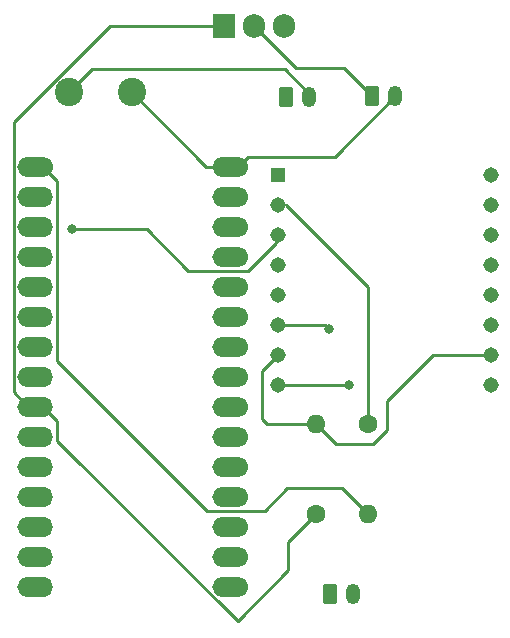
<source format=gbr>
%TF.GenerationSoftware,KiCad,Pcbnew,(6.0.6)*%
%TF.CreationDate,2023-03-26T16:02:16-07:00*%
%TF.ProjectId,SimplePCB-JST,53696d70-6c65-4504-9342-2d4a53542e6b,rev?*%
%TF.SameCoordinates,Original*%
%TF.FileFunction,Copper,L1,Top*%
%TF.FilePolarity,Positive*%
%FSLAX46Y46*%
G04 Gerber Fmt 4.6, Leading zero omitted, Abs format (unit mm)*
G04 Created by KiCad (PCBNEW (6.0.6)) date 2023-03-26 16:02:16*
%MOMM*%
%LPD*%
G01*
G04 APERTURE LIST*
G04 Aperture macros list*
%AMRoundRect*
0 Rectangle with rounded corners*
0 $1 Rounding radius*
0 $2 $3 $4 $5 $6 $7 $8 $9 X,Y pos of 4 corners*
0 Add a 4 corners polygon primitive as box body*
4,1,4,$2,$3,$4,$5,$6,$7,$8,$9,$2,$3,0*
0 Add four circle primitives for the rounded corners*
1,1,$1+$1,$2,$3*
1,1,$1+$1,$4,$5*
1,1,$1+$1,$6,$7*
1,1,$1+$1,$8,$9*
0 Add four rect primitives between the rounded corners*
20,1,$1+$1,$2,$3,$4,$5,0*
20,1,$1+$1,$4,$5,$6,$7,0*
20,1,$1+$1,$6,$7,$8,$9,0*
20,1,$1+$1,$8,$9,$2,$3,0*%
G04 Aperture macros list end*
%TA.AperFunction,ComponentPad*%
%ADD10RoundRect,0.250000X-0.350000X-0.625000X0.350000X-0.625000X0.350000X0.625000X-0.350000X0.625000X0*%
%TD*%
%TA.AperFunction,ComponentPad*%
%ADD11O,1.200000X1.750000*%
%TD*%
%TA.AperFunction,ComponentPad*%
%ADD12C,1.600000*%
%TD*%
%TA.AperFunction,ComponentPad*%
%ADD13O,1.600000X1.600000*%
%TD*%
%TA.AperFunction,ComponentPad*%
%ADD14C,1.308000*%
%TD*%
%TA.AperFunction,ComponentPad*%
%ADD15R,1.308000X1.308000*%
%TD*%
%TA.AperFunction,ComponentPad*%
%ADD16R,1.905000X2.000000*%
%TD*%
%TA.AperFunction,ComponentPad*%
%ADD17O,1.905000X2.000000*%
%TD*%
%TA.AperFunction,ComponentPad*%
%ADD18C,2.400000*%
%TD*%
%TA.AperFunction,SMDPad,CuDef*%
%ADD19O,3.000000X1.700000*%
%TD*%
%TA.AperFunction,ComponentPad*%
%ADD20C,1.700000*%
%TD*%
%TA.AperFunction,ComponentPad*%
%ADD21O,1.700000X1.700000*%
%TD*%
%TA.AperFunction,ViaPad*%
%ADD22C,0.800000*%
%TD*%
%TA.AperFunction,Conductor*%
%ADD23C,0.250000*%
%TD*%
G04 APERTURE END LIST*
D10*
%TO.P,J0+12v1,1,Pin_1*%
%TO.N,GND*%
X80350000Y-35750000D03*
D11*
%TO.P,J0+12v1,2,Pin_2*%
%TO.N,+12V*%
X82350000Y-35750000D03*
%TD*%
D12*
%TO.P,R10,1*%
%TO.N,Net-(R10-Pad1)*%
X87325000Y-63465000D03*
D13*
%TO.P,R10,2*%
%TO.N,Net-(A1-Pad16)*%
X87325000Y-71085000D03*
%TD*%
D14*
%TO.P,U1,4,DAC_R*%
%TO.N,unconnected-(U1-Pad4)*%
X79665500Y-49980000D03*
%TO.P,U1,5,DAC_L*%
%TO.N,unconnected-(U1-Pad5)*%
X79665500Y-52520000D03*
%TO.P,U1,13,ADKEY2*%
%TO.N,unconnected-(U1-Pad13)*%
X97699500Y-49980000D03*
%TO.P,U1,12,ADKEY1*%
%TO.N,unconnected-(U1-Pad12)*%
X97699500Y-52520000D03*
%TO.P,U1,6,SPK1*%
%TO.N,Net-(J6-Pad1)*%
X79665500Y-55060000D03*
%TO.P,U1,3,TX*%
%TO.N,Net-(A1-Pad17)*%
X79665500Y-47440000D03*
%TO.P,U1,14,USB+*%
%TO.N,unconnected-(U1-Pad14)*%
X97699500Y-47440000D03*
%TO.P,U1,11,IO2*%
%TO.N,unconnected-(U1-Pad11)*%
X97699500Y-55060000D03*
%TO.P,U1,2,RX*%
%TO.N,Net-(R10-Pad1)*%
X79665500Y-44900000D03*
%TO.P,U1,15,USB-*%
%TO.N,unconnected-(U1-Pad15)*%
X97699500Y-44900000D03*
%TO.P,U1,7,GND*%
%TO.N,GND*%
X79665500Y-57600000D03*
%TO.P,U1,10,GND*%
X97699500Y-57600000D03*
D15*
%TO.P,U1,1,VCC*%
%TO.N,Net-(A1-Pad2)*%
X79665500Y-42360000D03*
D14*
%TO.P,U1,16,BUSY*%
%TO.N,unconnected-(U1-Pad16)*%
X97699500Y-42360000D03*
%TO.P,U1,8,SPK2*%
%TO.N,Net-(J6-Pad2)*%
X79665500Y-60140000D03*
%TO.P,U1,9,IO1*%
%TO.N,unconnected-(U1-Pad9)*%
X97699500Y-60140000D03*
%TD*%
D16*
%TO.P,Q1,1,G*%
%TO.N,Net-(A1-Pad24)*%
X75120000Y-29765000D03*
D17*
%TO.P,Q1,2,D*%
%TO.N,Net-(J1-Pad1)*%
X77660000Y-29765000D03*
%TO.P,Q1,3,S*%
%TO.N,GND*%
X80200000Y-29765000D03*
%TD*%
D10*
%TO.P,J1,1,Pin_1*%
%TO.N,Net-(J1-Pad1)*%
X87650000Y-35650000D03*
D11*
%TO.P,J1,2,Pin_2*%
%TO.N,Net-(A1-Pad15)*%
X89650000Y-35650000D03*
%TD*%
D12*
%TO.P,R1,1*%
%TO.N,Net-(A1-Pad24)*%
X82960000Y-71085000D03*
D13*
%TO.P,R1,2*%
%TO.N,GND*%
X82960000Y-63465000D03*
%TD*%
D18*
%TO.P,SW1,1,A*%
%TO.N,+12V*%
X62020000Y-35350000D03*
%TO.P,SW1,2,B*%
%TO.N,Net-(A1-Pad15)*%
X67320000Y-35350000D03*
%TD*%
D19*
%TO.P,A1,11,A7*%
%TO.N,unconnected-(A1-Pad11)*%
X75655000Y-51805000D03*
D20*
%TO.P,A1,12,+5V*%
%TO.N,unconnected-(A1-Pad12)*%
X76290000Y-49265000D03*
D19*
%TO.P,A1,3,AREF*%
%TO.N,unconnected-(A1-Pad3)*%
X75655000Y-72125000D03*
%TO.P,A1,5,A1*%
%TO.N,unconnected-(A1-Pad5)*%
X75655000Y-67045000D03*
%TO.P,A1,13,RESET*%
%TO.N,unconnected-(A1-Pad13)*%
X75655000Y-46725000D03*
%TO.P,A1,12,+5V*%
%TO.N,unconnected-(A1-Pad12)*%
X75655000Y-49265000D03*
D20*
%TO.P,A1,7,A3*%
%TO.N,unconnected-(A1-Pad7)*%
X76290000Y-61965000D03*
D21*
%TO.P,A1,13,RESET*%
%TO.N,unconnected-(A1-Pad13)*%
X75020000Y-46725000D03*
D20*
%TO.P,A1,1,D13~*%
%TO.N,unconnected-(A1-Pad1)*%
X76290000Y-77205000D03*
D21*
%TO.P,A1,9,A5*%
%TO.N,unconnected-(A1-Pad9)*%
X75020000Y-56885000D03*
%TO.P,A1,8,A4*%
%TO.N,unconnected-(A1-Pad8)*%
X75020000Y-59425000D03*
D20*
%TO.P,A1,4,A0*%
%TO.N,unconnected-(A1-Pad4)*%
X76290000Y-69585000D03*
%TO.P,A1,8,A4*%
%TO.N,unconnected-(A1-Pad8)*%
X76290000Y-59425000D03*
%TO.P,A1,9,A5*%
%TO.N,unconnected-(A1-Pad9)*%
X76290000Y-56885000D03*
D19*
%TO.P,A1,1,D13~*%
%TO.N,unconnected-(A1-Pad1)*%
X75655000Y-77205000D03*
%TO.P,A1,14,GND*%
%TO.N,GND*%
X75655000Y-44185000D03*
D20*
%TO.P,A1,6,A2*%
%TO.N,unconnected-(A1-Pad6)*%
X76290000Y-64505000D03*
%TO.P,A1,10,A6*%
%TO.N,unconnected-(A1-Pad10)*%
X76290000Y-54345000D03*
D21*
%TO.P,A1,7,A3*%
%TO.N,unconnected-(A1-Pad7)*%
X75020000Y-61965000D03*
D19*
%TO.P,A1,4,A0*%
%TO.N,unconnected-(A1-Pad4)*%
X75655000Y-69585000D03*
D21*
%TO.P,A1,10,A6*%
%TO.N,unconnected-(A1-Pad10)*%
X75020000Y-54345000D03*
%TO.P,A1,11,A7*%
%TO.N,unconnected-(A1-Pad11)*%
X75020000Y-51805000D03*
D19*
%TO.P,A1,10,A6*%
%TO.N,unconnected-(A1-Pad10)*%
X75655000Y-54345000D03*
%TO.P,A1,9,A5*%
%TO.N,unconnected-(A1-Pad9)*%
X75655000Y-56885000D03*
D20*
%TO.P,A1,11,A7*%
%TO.N,unconnected-(A1-Pad11)*%
X76290000Y-51805000D03*
D21*
%TO.P,A1,6,A2*%
%TO.N,unconnected-(A1-Pad6)*%
X75020000Y-64505000D03*
%TO.P,A1,14,GND*%
%TO.N,GND*%
X75020000Y-44185000D03*
%TO.P,A1,5,A1*%
%TO.N,unconnected-(A1-Pad5)*%
X75020000Y-67045000D03*
%TO.P,A1,4,A0*%
%TO.N,unconnected-(A1-Pad4)*%
X75020000Y-69585000D03*
%TO.P,A1,3,AREF*%
%TO.N,unconnected-(A1-Pad3)*%
X75020000Y-72125000D03*
%TO.P,A1,2,+3V3*%
%TO.N,Net-(A1-Pad2)*%
X75020000Y-74665000D03*
D20*
%TO.P,A1,1,D13~*%
%TO.N,unconnected-(A1-Pad1)*%
X75020000Y-77205000D03*
D19*
%TO.P,A1,7,A3*%
%TO.N,unconnected-(A1-Pad7)*%
X75655000Y-61965000D03*
D21*
%TO.P,A1,15,VIN*%
%TO.N,Net-(A1-Pad15)*%
X75020000Y-41645000D03*
D19*
%TO.P,A1,6,A2*%
%TO.N,unconnected-(A1-Pad6)*%
X75655000Y-64505000D03*
D21*
%TO.P,A1,12,+5V*%
%TO.N,unconnected-(A1-Pad12)*%
X75020000Y-49265000D03*
D20*
%TO.P,A1,14,GND*%
%TO.N,GND*%
X76290000Y-44185000D03*
%TO.P,A1,5,A1*%
%TO.N,unconnected-(A1-Pad5)*%
X76290000Y-67045000D03*
%TO.P,A1,15,VIN*%
%TO.N,Net-(A1-Pad15)*%
X76290000Y-41645000D03*
D19*
%TO.P,A1,8,A4*%
%TO.N,unconnected-(A1-Pad8)*%
X75655000Y-59425000D03*
%TO.P,A1,15,VIN*%
%TO.N,Net-(A1-Pad15)*%
X75655000Y-41645000D03*
%TO.P,A1,2,+3V3*%
%TO.N,Net-(A1-Pad2)*%
X75655000Y-74665000D03*
D20*
X76290000Y-74665000D03*
%TO.P,A1,13,RESET*%
%TO.N,unconnected-(A1-Pad13)*%
X76290000Y-46725000D03*
%TO.P,A1,3,AREF*%
%TO.N,unconnected-(A1-Pad3)*%
X76290000Y-72125000D03*
D19*
%TO.P,A1,30,CIPO*%
%TO.N,unconnected-(A1-Pad30)*%
X59145000Y-77205000D03*
%TO.P,A1,29,CIPI*%
%TO.N,unconnected-(A1-Pad29)*%
X59145000Y-74665000D03*
%TO.P,A1,28,~D10*%
%TO.N,unconnected-(A1-Pad28)*%
X59145000Y-72125000D03*
%TO.P,A1,27,~D9*%
%TO.N,unconnected-(A1-Pad27)*%
X59145000Y-69585000D03*
%TO.P,A1,26,~D8*%
%TO.N,unconnected-(A1-Pad26)*%
X59145000Y-67045000D03*
%TO.P,A1,25,~D7*%
%TO.N,unconnected-(A1-Pad25)*%
X59145000Y-64505000D03*
%TO.P,A1,24,~D6*%
%TO.N,Net-(A1-Pad24)*%
X59145000Y-61965000D03*
%TO.P,A1,23,~D5*%
%TO.N,unconnected-(A1-Pad23)*%
X59145000Y-59425000D03*
%TO.P,A1,22,~D4*%
%TO.N,unconnected-(A1-Pad22)*%
X59145000Y-56885000D03*
%TO.P,A1,21,~D3*%
%TO.N,unconnected-(A1-Pad21)*%
X59145000Y-54345000D03*
%TO.P,A1,20,~D2*%
%TO.N,unconnected-(A1-Pad20)*%
X59145000Y-51805000D03*
%TO.P,A1,19,GND*%
%TO.N,GND*%
X59145000Y-49265000D03*
%TO.P,A1,18,RESET*%
%TO.N,unconnected-(A1-Pad18)*%
X59145000Y-46725000D03*
%TO.P,A1,17,RX*%
%TO.N,Net-(A1-Pad17)*%
X59145000Y-44185000D03*
D20*
%TO.P,A1,29,CIPI*%
%TO.N,unconnected-(A1-Pad29)*%
X58510000Y-74665000D03*
%TO.P,A1,30,CIPO*%
%TO.N,unconnected-(A1-Pad30)*%
X58510000Y-77205000D03*
%TO.P,A1,28,~D10*%
%TO.N,unconnected-(A1-Pad28)*%
X58510000Y-72125000D03*
%TO.P,A1,25,~D7*%
%TO.N,unconnected-(A1-Pad25)*%
X58510000Y-64505000D03*
%TO.P,A1,27,~D9*%
%TO.N,unconnected-(A1-Pad27)*%
X58510000Y-69585000D03*
%TO.P,A1,26,~D8*%
%TO.N,unconnected-(A1-Pad26)*%
X58510000Y-67045000D03*
%TO.P,A1,23,~D5*%
%TO.N,unconnected-(A1-Pad23)*%
X58510000Y-59425000D03*
%TO.P,A1,24,~D6*%
%TO.N,Net-(A1-Pad24)*%
X58510000Y-61965000D03*
%TO.P,A1,22,~D4*%
%TO.N,unconnected-(A1-Pad22)*%
X58510000Y-56885000D03*
%TO.P,A1,20,~D2*%
%TO.N,unconnected-(A1-Pad20)*%
X58510000Y-51805000D03*
%TO.P,A1,21,~D3*%
%TO.N,unconnected-(A1-Pad21)*%
X58510000Y-54345000D03*
%TO.P,A1,19,GND*%
%TO.N,GND*%
X58510000Y-49265000D03*
%TO.P,A1,18,RESET*%
%TO.N,unconnected-(A1-Pad18)*%
X58510000Y-46725000D03*
%TO.P,A1,17,RX*%
%TO.N,Net-(A1-Pad17)*%
X58510000Y-44185000D03*
D19*
%TO.P,A1,16,TX*%
%TO.N,Net-(A1-Pad16)*%
X59145000Y-41645000D03*
D20*
X58510000Y-41645000D03*
X59780000Y-41645000D03*
D21*
%TO.P,A1,17,RX*%
%TO.N,Net-(A1-Pad17)*%
X59780000Y-44185000D03*
%TO.P,A1,18,RESET*%
%TO.N,unconnected-(A1-Pad18)*%
X59780000Y-46725000D03*
%TO.P,A1,19,GND*%
%TO.N,GND*%
X59780000Y-49265000D03*
%TO.P,A1,20,~D2*%
%TO.N,unconnected-(A1-Pad20)*%
X59780000Y-51805000D03*
%TO.P,A1,21,~D3*%
%TO.N,unconnected-(A1-Pad21)*%
X59780000Y-54345000D03*
%TO.P,A1,22,~D4*%
%TO.N,unconnected-(A1-Pad22)*%
X59780000Y-56885000D03*
%TO.P,A1,23,~D5*%
%TO.N,unconnected-(A1-Pad23)*%
X59780000Y-59425000D03*
%TO.P,A1,24,~D6*%
%TO.N,Net-(A1-Pad24)*%
X59780000Y-61965000D03*
%TO.P,A1,25,~D7*%
%TO.N,unconnected-(A1-Pad25)*%
X59780000Y-64505000D03*
%TO.P,A1,26,~D8*%
%TO.N,unconnected-(A1-Pad26)*%
X59780000Y-67045000D03*
%TO.P,A1,27,~D9*%
%TO.N,unconnected-(A1-Pad27)*%
X59780000Y-69585000D03*
%TO.P,A1,28,~D10*%
%TO.N,unconnected-(A1-Pad28)*%
X59780000Y-72125000D03*
%TO.P,A1,29,CIPI*%
%TO.N,unconnected-(A1-Pad29)*%
X59780000Y-74665000D03*
%TO.P,A1,30,CIPO*%
%TO.N,unconnected-(A1-Pad30)*%
X59780000Y-77205000D03*
%TD*%
D10*
%TO.P,J6,1,Pin_1*%
%TO.N,Net-(J6-Pad1)*%
X84070000Y-77850000D03*
D11*
%TO.P,J6,2,Pin_2*%
%TO.N,Net-(J6-Pad2)*%
X86070000Y-77850000D03*
%TD*%
D22*
%TO.N,Net-(J6-Pad2)*%
X85720000Y-60140000D03*
%TO.N,Net-(J6-Pad1)*%
X84040000Y-55430000D03*
%TO.N,Net-(A1-Pad17)*%
X62230000Y-46960000D03*
%TD*%
D23*
%TO.N,Net-(J6-Pad2)*%
X79665500Y-60140000D02*
X85720000Y-60140000D01*
%TO.N,Net-(J6-Pad1)*%
X83670000Y-55060000D02*
X79665500Y-55060000D01*
X84040000Y-55430000D02*
X83670000Y-55060000D01*
%TO.N,GND*%
X78310000Y-58955500D02*
X79665500Y-57600000D01*
X78310000Y-62980000D02*
X78310000Y-58955500D01*
X78795000Y-63465000D02*
X78310000Y-62980000D01*
X82960000Y-63465000D02*
X78795000Y-63465000D01*
%TO.N,Net-(R10-Pad1)*%
X87325000Y-51825000D02*
X80370000Y-44870000D01*
X87325000Y-63465000D02*
X87325000Y-51825000D01*
%TO.N,GND*%
X88930000Y-61520000D02*
X92850000Y-57600000D01*
X92850000Y-57600000D02*
X97699500Y-57600000D01*
X87720000Y-65160000D02*
X88930000Y-63950000D01*
X84655000Y-65160000D02*
X87720000Y-65160000D01*
X82960000Y-63465000D02*
X84655000Y-65160000D01*
X88930000Y-63950000D02*
X88930000Y-61520000D01*
%TO.N,Net-(A1-Pad17)*%
X77160000Y-50500000D02*
X79560000Y-48100000D01*
X72120000Y-50500000D02*
X77160000Y-50500000D01*
X68580000Y-46960000D02*
X72120000Y-50500000D01*
X62230000Y-46960000D02*
X68580000Y-46960000D01*
%TO.N,Net-(A1-Pad24)*%
X76278299Y-80140000D02*
X80590000Y-75828299D01*
X60970000Y-64831701D02*
X76278299Y-80140000D01*
X80590000Y-73455000D02*
X82960000Y-71085000D01*
X59780000Y-61965000D02*
X60970000Y-63155000D01*
X60970000Y-63155000D02*
X60970000Y-64831701D01*
X80590000Y-75828299D02*
X80590000Y-73455000D01*
%TO.N,Net-(A1-Pad16)*%
X85120000Y-68880000D02*
X87325000Y-71085000D01*
X78560000Y-70780000D02*
X80460000Y-68880000D01*
X73683556Y-70780000D02*
X78560000Y-70780000D01*
X80460000Y-68880000D02*
X85120000Y-68880000D01*
X60970000Y-42835000D02*
X60970000Y-58066444D01*
X60970000Y-58066444D02*
X73683556Y-70780000D01*
X59780000Y-41645000D02*
X60970000Y-42835000D01*
%TO.N,Net-(A1-Pad15)*%
X76290000Y-41645000D02*
X77140000Y-40795000D01*
X75020000Y-41645000D02*
X76290000Y-41645000D01*
X73615000Y-41645000D02*
X75020000Y-41645000D01*
X67320000Y-35350000D02*
X73615000Y-41645000D01*
X77140000Y-40795000D02*
X84505000Y-40795000D01*
X84505000Y-40795000D02*
X89650000Y-35650000D01*
%TO.N,+12V*%
X62020000Y-35350000D02*
X63990000Y-33380000D01*
X63990000Y-33380000D02*
X80255000Y-33380000D01*
X80255000Y-33380000D02*
X82350000Y-35475000D01*
X82350000Y-35475000D02*
X82350000Y-35750000D01*
%TO.N,Net-(J1-Pad1)*%
X77660000Y-29765000D02*
X81185000Y-33290000D01*
X81185000Y-33290000D02*
X85290000Y-33290000D01*
X85290000Y-33290000D02*
X87650000Y-35650000D01*
%TO.N,Net-(A1-Pad24)*%
X65448324Y-29765000D02*
X75120000Y-29765000D01*
X59780000Y-61965000D02*
X58545000Y-61965000D01*
X57320000Y-37893324D02*
X65448324Y-29765000D01*
X58545000Y-61965000D02*
X57320000Y-60740000D01*
X57320000Y-60740000D02*
X57320000Y-37893324D01*
%TD*%
M02*

</source>
